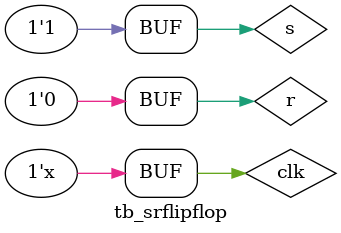
<source format=v>
`timescale 1ns / 1ps

//1960628 Prem sr flip flop testbench gate
module tb_srflipflop();
wire q,qbar;
reg s,r,clk;

sr_flipflop I1(s,r,clk,q,qbar);
initial
begin
clk = 0;
s = 1'b0;
r = 1'b0;
#40
s = 1'b0;
r = 1'b1;
#40
s = 1'b1;
r = 1'b0;


end
always #10 clk=~clk;

endmodule

</source>
